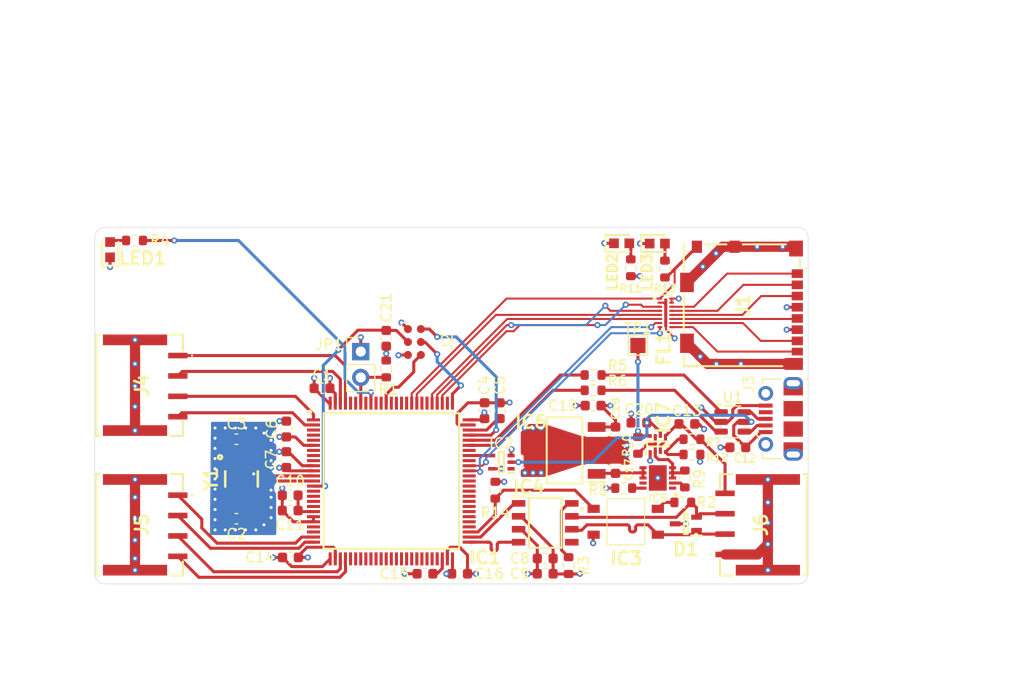
<source format=kicad_pcb>
(kicad_pcb (version 20241229) (generator "pcbnew") (generator_version "9.0")
  (layers (0 "F.Cu" signal) (4 "In1.Cu" signal) (6 "In2.Cu" signal) (2 "B.Cu" signal) (13 "F.Paste" user) (15 "B.Paste" user) (5 "F.SilkS" user "F.Silkscreen") (7 "B.SilkS" user "B.Silkscreen") (1 "F.Mask" user) (3 "B.Mask" user) (25 "Edge.Cuts" user))
  (net 0 "")
  (net 1 "GND")
  (net 2 "/HSE_OUT")
  (net 3 "/HSE_IN")
  (net 4 "+3.3V")
  (net 5 "VCC")
  (net 6 "GNDA")
  (net 7 "VBUS")
  (net 8 "/CAN_LOW")
  (net 9 "/CAN_HI")
  (net 10 "/SDMMC1_D3")
  (net 11 "Net-(FL1-DAT2_EX)")
  (net 12 "/SDMMC1_CMD")
  (net 13 "Net-(FL1-CMD_EX)")
  (net 14 "/SDMMC1_CK")
  (net 15 "Net-(FL1-DAT1_EX)")
  (net 16 "/SDMMC1_D2")
  (net 17 "Net-(FL1-CLK_EX)")
  (net 18 "Net-(FL1-DAT3_EX)")
  (net 19 "/SDMMC1_D0")
  (net 20 "Net-(FL1-DAT0_EX)")
  (net 21 "/SDMMC1_D1")
  (net 22 "/SDMMC1_CD")
  (net 33 "/Reset")
  (net 38 "WheelSpeed_2")
  (net 39 "WheelSpeed_4")
  (net 40 "/USB_OTG_DM")
  (net 45 "/SWDIO")
  (net 49 "Net-(IC1-BOOT0)")
  (net 52 "/USB_OTG_DP")
  (net 54 "/SWCLK")
  (net 62 "/FDCAN2_RX")
  (net 68 "/FDCAN2_TX")
  (net 69 "/USER_LED")
  (net 70 "/ECU_Feedback")
  (net 73 "/CAN_TERM")
  (net 75 "/SWO")
  (net 77 "WheelSpeed_3")
  (net 82 "/USB_OTG_VBUS")
  (net 86 "TC_Prediction")
  (net 90 "WheelSpeed_1")
  (net 92 "Net-(IC3-Pad6)")
  (net 93 "+5V")
  (net 96 "Net-(J3-D+)")
  (net 104 "Net-(J3-D-)")
  (net 105 "Net-(LED1-A)")
  (net 106 "Net-(IC1-VCAP_2)")
  (net 107 "Net-(IC1-VCAP_1)")
  (net 108 "Net-(LED2-A)")
  (net 109 "Net-(IC5-OUT_1)")
  (net 112 "Net-(IC4-Rs)")
  (net 114 "Net-(IC5-ILIM)")
  (net 116 "Net-(IC5-EN{slash}UVLO)")
  (net 117 "Net-(IC7-ST)")
  (net 118 "Net-(R5-Pad1)")
  (net 119 "Net-(R6-Pad2)")
  (net 120 "/MISC_1")
  (net 121 "/MISC_2")
  (net 126 "Net-(IC7-PR1)")
  (net 127 "Net-(LED3-A)")
  (footprint "SDM_MiscFootprint:ABM3B" (layer "F.Cu") (at 114.4 139.7 -90)
    (property "Reference" "Y1")
    (property "Value" "ABM3B-8.000MHZ-10-1-U-T" (hide yes))
  )
  (footprint "SDM_MiscFootprint:SM04BULHK1TA1ETBHF" (layer "F.Cu") (at 104.4 130.5 90)
    (property "Reference" "J4")
    (property "Value" "SM04B-ULHK-1TA1-ETB_HF_" (hide yes))
  )
  (footprint "Connector_PinHeader_2.54mm:PinHeader_1x02_P2.54mm_Vertical" (layer "F.Cu") (at 126.1 127.2)
    (property "Reference" "JP1")
    (property "Value" "BOOT")
  )
  (footprint "SDM_MiscFootprint:SOT65P210X110-5L" (layer "F.Cu") (at 139.9 138.05 180)
    (property "Reference" "IC2")
    (property "Value" "74LVC1G17SE-7" (hide yes))
  )
  (footprint "Resistor_SMD:R_0603_1608Metric" (layer "F.Cu") (at 148.9 131)
    (property "Reference" "R6")
    (property "Value" "27")
  )
  (footprint "Capacitor_SMD:C_0603_1608Metric" (layer "F.Cu") (at 132.4 149 180)
    (property "Reference" "C15")
    (property "Value" "2.2uF")
  )
  (footprint "Capacitor_SMD:C_0603_1608Metric" (layer "F.Cu") (at 118.8 137.8 90)
    (property "Reference" "C7")
    (property "Value" "100nF")
  )
  (footprint "Capacitor_SMD:C_0603_1608Metric" (layer "F.Cu") (at 119.175 142.8 180)
    (property "Reference" "C11")
    (property "Value" "1uF")
  )
  (footprint "Resistor_SMD:R_0603_1608Metric" (layer "F.Cu") (at 153.3 136.4 90)
    (property "Reference" "R10")
    (property "Value" "10k")
  )
  (footprint "Package_TO_SOT_SMD:SOT-23-6" (layer "F.Cu") (at 162.6 134.1)
    (property "Reference" "U1")
    (property "Value" "USBLC6-2SC6")
  )
  (footprint "SDM_MiscFootprint:SM04BULHK1TA1ETBHF" (layer "F.Cu") (at 165.6 144.2 -90)
    (property "Reference" "J6")
    (property "Value" "SM04B-ULHK-1TA1-ETB_HF_" (hide yes))
  )
  (footprint "SDM_MiscFootprint:SOIC127P600X175-8L" (layer "F.Cu") (at 144.2 144)
    (property "Reference" "IC4")
    (property "Value" "SN65HVD230QDR" (hide yes))
  )
  (footprint "SDM_MiscFootprint:1040310811" (layer "F.Cu") (at 163.644 122.655 90)
    (property "Reference" "J1")
    (property "Value" "104031-0811" (hide yes))
  )
  (footprint "Capacitor_SMD:C_0603_1608Metric" (layer "F.Cu") (at 128.6 125.9 -90)
    (property "Reference" "C21")
    (property "Value" "100nF")
  )
  (footprint "SDM_MiscFootprint:SOTFL50P160X60-8L" (layer "F.Cu") (at 155.25 136.2695 90)
    (property "Reference" "IC7")
    (property "Value" "TPS2116DRLR" (hide yes))
  )
  (footprint "TestPoint:TestPoint_Pad_1.5x1.5mm" (layer "F.Cu") (at 153.3 126.6)
    (property "Reference" "TP1")
    (property "Value" "ST_5V")
  )
  (footprint "Capacitor_SMD:C_0603_1608Metric" (layer "F.Cu") (at 139.75 133 -90)
    (property "Reference" "C5")
    (property "Value" "2.2uF")
  )
  (footprint "Resistor_SMD:R_0603_1608Metric" (layer "F.Cu") (at 128.6 128.9 -90)
    (property "Reference" "R1")
    (property "Value" "10k")
  )
  (footprint "Capacitor_SMD:C_0603_1608Metric" (layer "F.Cu") (at 122.3 130.8 180)
    (property "Reference" "C1")
    (property "Value" "100nF")
  )
  (footprint "SDM_MiscFootprint:LEDC1608X80N" (layer "F.Cu") (at 151.7 116.575)
    (property "Reference" "LED2")
    (property "Value" "150060RS75000" (hide yes))
  )
  (footprint "Resistor_SMD:R_0603_1608Metric" (layer "F.Cu") (at 157.9 139.7 -90)
    (property "Reference" "R9")
    (property "Value" "1M")
  )
  (footprint "Resistor_SMD:R_0603_1608Metric" (layer "F.Cu") (at 139.3 140.8 -90)
    (property "Reference" "R14")
    (property "Value" "10k")
  )
  (footprint "Capacitor_SMD:C_0603_1608Metric" (layer "F.Cu") (at 153.4 134.1875 180)
    (property "Reference" "C20")
    (property "Value" "1uF")
  )
  (footprint "SDM_MiscFootprint:Tag-Connect_TC2030-IDC-NL_2x03_P1.27mm_Vertical" (layer "F.Cu") (at 131.365 126.26 -90)
    (property "Reference" "J2")
    (property "Value" "Conn_ARM_SWD_TagConnect_TC2030-NL")
  )
  (footprint "Resistor_SMD:R_0603_1608Metric" (layer "F.Cu") (at 158.6 137.3)
    (property "Reference" "R12")
    (property "Value" "10k")
  )
  (footprint "Capacitor_SMD:C_0603_1608Metric" (layer "F.Cu") (at 113.9 143.6 180)
    (property "Reference" "C2")
    (property "Value" "6pF")
  )
  (footprint "Capacitor_SMD:C_0603_1608Metric" (layer "F.Cu") (at 135.8 149 180)
    (property "Reference" "C16")
    (property "Value" "100nF")
  )
  (footprint "Capacitor_SMD:C_0603_1608Metric" (layer "F.Cu") (at 151.1 138.375 90)
    (property "Reference" "C17")
    (property "Value" "10uF")
  )
  (footprint "Resistor_SMD:R_0603_1608Metric" (layer "F.Cu") (at 151.9 140.6)
    (property "Reference" "R8")
    (property "Value" "60.4k")
  )
  (footprint "SDM_MiscFootprint:SM04BULHK1TA1ETBHF" (layer "F.Cu") (at 104.4 144.2 90)
    (property "Reference" "J5")
    (property "Value" "SM04B-ULHK-1TA1-ETB_HF_" (hide yes))
  )
  (footprint "Capacitor_SMD:C_0603_1608Metric" (layer "F.Cu") (at 119.175 141.3)
    (property "Reference" "C10")
    (property "Value" "100nF")
  )
  (footprint "Resistor_SMD:R_0603_1608Metric" (layer "F.Cu") (at 148.9 129.5 180)
    (property "Reference" "R5")
    (property "Value" "27")
  )
  (footprint "SDM_MiscFootprint:SOT65P210X110-3N" (layer "F.Cu") (at 158 144.1 180)
    (property "Reference" "D1")
    (property "Value" "ESDCAN03-2BWY" (hide yes))
  )
  (footprint "SDM_MiscFootprint:TLP266J" (layer "F.Cu") (at 152.15 143.9)
    (property "Reference" "IC3")
    (property "Value" "TLP175A_TPL,E" (hide yes))
  )
  (footprint "SDM_MiscFootprint:SON50P300X300X100-11L-D" (layer "F.Cu") (at 155.249 139.6 180)
    (property "Reference" "IC5")
    (property "Value" "TPS259250DRCR" (hide yes))
  )
  (footprint "Capacitor_SMD:C_0603_1608Metric" (layer "F.Cu") (at 163.1 136.6)
    (property "Reference" "C12")
    (property "Value" "100nF")
  )
  (footprint "Resistor_SMD:R_0603_1608Metric" (layer "F.Cu") (at 103.9 116.3 180)
    (property "Reference" "R4")
    (property "Value" "64.9")
  )
  (footprint "Capacitor_SMD:C_0603_1608Metric" (layer "F.Cu") (at 144.2 149)
    (property "Reference" "C9")
    (property "Value" "100nF")
  )
  (footprint "Capacitor_SMD:C_0603_1608Metric" (layer "F.Cu") (at 144.2 147.5)
    (property "Reference" "C8")
    (property "Value" "100nF")
  )
  (footprint "Resistor_SMD:R_0603_1608Metric" (layer "F.Cu") (at 146.5 148.2 90)
    (property "Reference" "R3")
    (property "Value" "10k")
  )
  (footprint "SDM_MiscFootprint:QFP50P1600X1600X160-100L" (layer "F.Cu") (at 129.1 139.9)
    (property "Reference" "IC1")
    (property "Value" "STM32H743VIT6" (hide yes))
  )
  (footprint "Capacitor_SMD:C_0603_1608Metric" (layer "F.Cu") (at 118.8 134.8 90)
    (property "Reference" "C6")
    (property "Value" "100nF")
  )
  (footprint "Capacitor_SMD:C_0603_1608Metric" (layer "F.Cu") (at 151.1 135.375 90)
    (property "Reference" "C18")
    (property "Value" "10uF")
  )
  (footprint "Connector_USB:USB_Micro-B_Molex-105017-0001" (layer "F.Cu") (at 167.3 133.8 90)
    (property "Reference" "J3")
    (property "Value" "USB_B_Micro")
  )
  (footprint "SDM_MiscFootprint:SOT230P700X180-4N" (layer "F.Cu") (at 146.1 136.9 180)
    (property "Reference" "IC6")
    (property "Value" "MIC37100-3.3WS" (hide yes))
  )
  (footprint "Resistor_SMD:R_0603_1608Metric" (layer "F.Cu") (at 157.7 142)
    (property "Reference" "R2")
    (property "Value" "120")
  )
  (footprint "Capacitor_SMD:C_0603_1608Metric" (layer "F.Cu") (at 113.9 135.8)
    (property "Reference" "C3")
    (property "Value" "6pF")
  )
  (footprint "Resistor_SMD:R_0603_1608Metric" (layer "F.Cu") (at 155.95 119.1 90)
    (property "Reference" "R13")
    (property "Value" "150")
  )
  (footprint "Capacitor_SMD:C_0603_1608Metric" (layer "F.Cu") (at 138.25 133 -90)
    (property "Reference" "C4")
    (property "Value" "100nF")
  )
  (footprint "Capacitor_SMD:C_0603_1608Metric" (layer "F.Cu") (at 158.1 134.3 180)
    (property "Reference" "C13")
    (property "Value" "1uF")
  )
  (footprint "SDM_MiscFootprint:LEDC1608X80N" (layer "F.Cu") (at 101.5 117.2 90)
    (property "Reference" "LED1")
    (property "Value" "150060VS75000" (hide yes))
  )
  (footprint "Resistor_SMD:R_0603_1608Metric" (layer "F.Cu") (at 158.6 135.8 180)
    (property "Reference" "R7")
    (property "Value" "10k")
  )
  (footprint "SDM_MiscFootprint:LEDC1608X80N" (layer "F.Cu") (at 155.2 116.6)
    (property "Reference" "LED3")
    (property "Value" "150060RS75000" (hide yes))
  )
  (footprint "Resistor_SMD:R_0603_1608Metric" (layer "F.Cu") (at 152.6 118.975 90)
    (property "Reference" "R11")
    (property "Value" "150")
  )
  (footprint "SDM_MiscFootprint:EMIF06MSD02N16" (layer "F.Cu") (at 155.825 123.4 -90)
    (property "Reference" "FL1")
    (property "Value" "EMIF06-MSD02N16" (hide yes))
  )
  (footprint "Capacitor_SMD:C_0603_1608Metric" (layer "F.Cu") (at 148.9 132.5)
    (property "Reference" "C19")
    (property "Value" "4.7uF")
  )
  (footprint "Capacitor_SMD:C_0603_1608Metric" (layer "F.Cu") (at 119.2 147.4)
    (property "Reference" "C14")
    (property "Value" "100nF")
  )
  (gr_line (start 101 115) (end 169 115) (stroke (width 0.05)) (layer "Edge.Cuts"))
  (gr_arc (start 170 149) (mid 169.707107 149.707107) (end 169 150) (stroke (width 0.05)) (layer "Edge.Cuts"))
  (gr_arc (start 100 116) (mid 100.292893 115.292893) (end 101 115) (stroke (width 0.05)) (layer "Edge.Cuts"))
  (gr_arc (start 101 150) (mid 100.292893 149.707107) (end 100 149) (stroke (width 0.05)) (layer "Edge.Cuts"))
  (gr_line (start 100 149) (end 100 116) (stroke (width 0.05)) (layer "Edge.Cuts"))
  (gr_line (start 170 116) (end 170 149) (stroke (width 0.05)) (layer "Edge.Cuts"))
  (gr_line (start 169 150) (end 101 150) (stroke (width 0.05)) (layer "Edge.Cuts"))
  (gr_arc (start 169 115) (mid 169.707107 115.292893) (end 170 116) (stroke (width 0.05)) (layer "Edge.Cuts"))
  (segment (start 154.5 137.9) (end 154.5 137.0575) (width 0.3) (layer "F.Cu") (net 1))
  (segment (start 113.125 143.6) (end 113.125 141.775) (width 0.3) (layer "F.Cu") (net 1))
  (segment (start 159.414 127.686) (end 158.113 126.385) (width 1) (layer "F.Cu") (net 1))
  (segment (start 113.125 143.6) (end 113.125 144.375) (width 0.3) (layer "F.Cu") (net 1))
  (segment (start 151.9 137.6) (end 152.2 137.3) (width 0.3) (layer "F.Cu") (net 1))
  (segment (start 147.575 149.025) (end 147.6 149) (width 0.3) (layer "F.Cu") (net 1))
  (segment (start 138.25 132.225) (end 139.75 132.225) (width 0.3) (layer "F.Cu") (net 1))
  (segment (start 168.638 116.915) (end 168.813 117.09) (width 1) (layer "F.Cu") (net 1))
  (segment (start 136.625 132.225) (end 138.25 132.225) (width 0.3) (layer "F.Cu") (net 1))
  (segment (start 144.975 146.512) (end 144.975 147.5) (width 0.3) (layer "F.Cu") (net 1))
  (segment (start 123.1 132.262) (end 122.987 132.262) (width 0.3) (layer "F.Cu") (net 1))
  (segment (start 149.95 137.6) (end 149.25 136.9) (width 0.3) (layer "F.Cu") (net 1))
  (segment (start 136.575 149) (end 137.4 149) (width 0.3) (layer "F.Cu") (net 1))
  (segment (start 162.788 116.915) (end 161.613 116.915) (width 1) (layer "F.Cu") (net 1))
  (segment (start 163.4 128.41) (end 161 128.41) (width 1) (layer "F.Cu") (net 1))
  (segment (start 152.2 136.3) (end 152.05 136.15) (width 0.3) (layer "F.Cu") (net 1))
  (segment (start 166.05 142) (end 166.05 144) (width 1) (layer "F.Cu") (net 1))
  (segment (start 103.95 145.7) (end 103.95 147.5) (width 1) (layer "F.Cu") (net 1))
  (segment (start 148.9 145.22) (end 148.95 145.17) (width 0.3) (layer "F.Cu") (net 1))
  (segment (start 151.1 137.6) (end 149.95 137.6) (width 0.3) (layer "F.Cu") (net 1))
  (segment (start 152.625 134.1875) (end 152.625 133.3) (width 0.3) (layer "F.Cu") (net 1))
  (segment (start 139.75 132.225) (end 140.675 132.225) (width 0.3) (layer "F.Cu") (net 1))
  (segment (start 150.2 140.6) (end 151.075 140.6) (width 0.3) (layer "F.Cu") (net 1))
  (segment (start 123.1 147.538) (end 122.338 148.3) (width 0.3) (layer "F.Cu") (net 1))
  (segment (start 152.05 136.15) (end 151.1 136.15) (width 0.3) (layer "F.Cu") (net 1))
  (segment (start 140.85 136.85) (end 140.9 136.8) (width 0.3) (layer "F.Cu") (net 1))
  (segment (start 166.05 139.75) (end 166.05 142) (width 1) (layer "F.Cu") (net 1))
  (segment (start 140.85 137.4) (end 140.85 136.85) (width 0.3) (layer "F.Cu") (net 1))
  (segment (start 103.95 132.6) (end 103.95 133.7) (width 1) (layer "F.Cu") (net 1))
  (segment (start 160.138 128.41) (end 159.414 127.686) (width 1) (layer "F.Cu") (net 1))
  (segment (start 144.975 146.512) (end 141.828 143.365) (width 0.3) (layer "F.Cu") (net 1))
  (segment (start 103.95 140.05) (end 103.95 141.5) (width 1) (layer "F.Cu") (net 1))
  (segment (start 150 136.15) (end 149.25 136.9) (width 0.3) (layer "F.Cu") (net 1))
  (segment (start 118.98781 137.025) (end 118.8 137.025) (width 0.3) (layer "F.Cu") (net 1))
  (segment (start 152.625 133.325) (end 152.6 133.3) (width 0.2) (layer "F.Cu") (net 1))
  (segment (start 156.051 123.426) (end 156.025 123.4) (width 0.2) (layer "F.Cu") (net 1))
  (segment (start 118.1 137.025) (end 118.8 137.025) (width 0.3) (layer "F.Cu") (net 1))
  (segment (start 103.95 126.05) (end 103.95 128.4) (width 1) (layer "F.Cu") (net 1))
  (segment (start 113.125 141.775) (end 113.2 141.7) (width 0.3) (layer "F.Cu") (net 1))
  (segment (start 159.28076 134.3) (end 159.79038 134.80962) (width 0.3) (layer "F.Cu") (net 1))
  (segment (start 146.5 149.025) (end 145 149.025) (width 0.3) (layer "F.Cu") (net 1))
  (segment (start 161 128.41) (end 160.138 128.41) (width 1) (layer "F.Cu") (net 1))
  (segment (start 162.788 116.915) (end 165 116.915) (width 1) (layer "F.Cu") (net 1))
  (segment (start 165.8375 132.5) (end 163.012322 132.5) (width 0.3) (layer "F.Cu") (net 1))
  (segment (start 148.9 146) (end 148.9 145.22) (width 0.3) (layer "F.Cu") (net 1))
  (segment (start 141.589 143.465) (end 141.928 143.465) (width 0.3) (layer "F.Cu") (net 1))
  (segment (start 113.125 144.375) (end 112.8 144.7) (width 0.3) (layer "F.Cu") (net 1))
  (segment (start 115.6 139.2) (end 115.6 137.7) (width 0.3) (layer "F.Cu") (net 1))
  (segment (start 134.9 146.4) (end 135.8 146.4) (width 0.3) (layer "F.Cu") (net 1))
  (segment (start 122.338 148.3) (end 119.325 148.3) (width 0.3) (layer "F.Cu") (net 1))
  (segment (start 122.987 132.262) (end 121.525 130.8) (width 0.3) (layer "F.Cu") (net 1))
  (segment (start 123.1 132.362) (end 123.087 132.362) (width 0.3) (layer "F.Cu") (net 1))
  (segment (start 156.025 123.4) (end 156.025 122.625) (width 0.2) (layer "F.Cu") (net 1))
  (segment (start 136.575 147.175) (end 136.575 149) (width 0.3) (layer "F.Cu") (net 1))
  (segment (start 151.1 136.15) (end 150 136.15) (width 0.3) (layer "F.Cu") (net 1))
  (segment (start 156.9 125.9) (end 156.051 125.051) (width 0.2) (layer "F.Cu") (net 1))
  (segment (start 136.738 134.4) (end 135.7 134.4) (width 0.3) (layer "F.Cu") (net 1))
  (segment (start 135.7 134.4) (end 135.55 134.25) (width 0.3) (layer "F.Cu") (net 1))
  (segment (start 165 116.915) (end 167.5 116.915) (width 1) (layer "F.Cu") (net 1))
  (segment (start 161.85 147.11) (end 165.04 147.11) (width 1) (layer "F.Cu") (net 1))
  (segment (start 162.6 133.624998) (end 162.124998 134.1) (width 0.3) (layer "F.Cu") (net 1))
  (segment (start 166.05 146.1) (end 166.05 148.65) (width 1) (layer "F.Cu") (net 1))
  (segment (start 161.613 116.915) (end 160.964 117.564) (width 1) (layer "F.Cu") (net 1))
  (segment (start 147.2 132.5) (end 148.125 132.5) (width 0.3) (layer "F.Cu") (net 1))
  (segment (start 166.05 144) (end 166.05 146.1) (width 1) (layer "F.Cu") (net 1))
  (segment (start 101.5 117.95) (end 101.5 118.9) (width 0.3) (layer "F.Cu") (net 1))
  (segment (start 156.95 144.1) (end 158 144.1) (width 0.3) (layer "F.Cu") (net 1))
  (segment (start 159.425 137.975) (end 159.4 138) (width 0.3) (layer "F.Cu") (net 1))
  (segment (start 103.95 147.5) (end 103.95 148.599) (width 1) (layer "F.Cu") (net 1))
  (segment (start 118.425 147.4) (end 117.5 147.4) (width 0.3) (layer "F.Cu") (net 1))
  (segment (start 131.625 149) (end 130.4 149) (width 0.3) (layer "F.Cu") (net 1))
  (segment (start 139.3 139.975) (end 140.175 139.975) (width 0.3) (layer "F.Cu") (net 1))
  (segment (start 167.5 116.915) (end 168.638 116.915) (width 1) (layer "F.Cu") (net 1))
  (segment (start 160.964 117.564) (end 159.664 118.864) (width 1) (layer "F.Cu") (net 1))
  (segment (start 118.8 137.1) (end 118.8 137.025) (width 0.2) (layer "F.Cu") (net 1))
  (segment (start 158.875 134.3) (end 159.28076 134.3) (width 0.3) (layer "F.Cu") (net 1))
  (segment (start 151.1 137.6) (end 151.9 137.6) (width 0.3) (layer "F.Cu") (net 1))
  (segment (start 134.6 147.538) (end 134.6 146.7) (width 0.3) (layer "F.Cu") (net 1))
  (segment (start 130.73 127.53) (end 129.83 127.53) (width 0.3) (layer "F.Cu") (net 1))
  (segment (start 168.938 125.05) (end 167.9 125.05) (width 0.3) (layer "F.Cu") (net 1))
  (segment (start 144.975 147.5) (end 144.975 149) (width 0.3) (layer "F.Cu") (net 1))
  (segment (start 162.325 136.6) (end 161.4 136.6) (width 0.3) (layer "F.Cu") (net 1))
  (segment (start 135.8 146.4) (end 136.575 147.175) (width 0.3) (layer "F.Cu") (net 1))
  (segment (start 152.2 136.4) (end 152.2 136.3) (width 0.3) (layer "F.Cu") (net 1))
  (segment (start 103.95 130.6) (end 103.95 132.6) (width 1) (layer "F.Cu") (net 1))
  (segment (start 155.45 122.4) (end 155.8 122.4) (width 0.2) (layer "F.Cu") (net 1))
  (segment (start 146.5 149.025) (end 147.575 149.025) (width 0.3) (layer "F.Cu") (net 1))
  (segment (start 141.828 143.365) (end 141.589 143.365) (width 0.3) (layer "F.Cu") (net 1))
  (segment (start 163.012322 132.5) (end 162.6 132.912322) (width 0.3) (layer "F.Cu") (net 1))
  (segment (start 128.6 127.4) (end 128.6 126.675) (width 0.3) (layer "F.Cu") (net 1))
  (segment (start 103.95 141.5) (end 103.95 143.6) (width 1) (layer "F.Cu") (net 1))
  (segment (start 159.664 118.864) (end 158.113 120.415) (width 1) (layer "F.Cu") (net 1))
  (segment (start 160.91924 134.1) (end 159.50962 132.69038) (width 0.3) (layer "F.Cu") (net 1))
  (segment (start 113.125 135.8) (end 113.125 135.025) (width 0.3) (layer "F.Cu") (net 1))
  (segment (start 140.675 132.225) (end 140.7 132.2) (width 0.3) (layer "F.Cu") (net 1))
  (segment (start 161.4625 134.1) (end 160.91924 134.1) (width 0.3) (layer "F.Cu") (net 1))
  (segment (start 159.425 137.3) (end 159.425 137.975) (width 0.3) (layer "F.Cu") (net 1))
  (segment (start 103.95 133.7) (end 103.95 134.95) (width 1) (layer "F.Cu") (net 1))
  (segment (start 120.36281 138.4) (end 118.98781 137.025) (width 0.3) (layer "F.Cu") (net 1))
  (segment (start 135.55 134.25) (end 135.55 133.3) (width 0.3) (layer "F.Cu") (net 1))
  (segment (start 118.125 134.025) (end 118.8 134.025) (width 0.3) (layer "F.Cu") (net 1))
  (segment (start 151.1 137.6) (end 151.1 136.15) (width 0.3) (layer "F.Cu") (net 1))
  (segment (start 156.025 122.625) (end 155.8 122.4) (width 0.2) (layer "F.Cu") (net 1))
  (segment (start 123.1 132.362) (end 123.1 132.175) (width 0.3) (layer "F.Cu") (net 1))
  (segment (start 121.525 130.8) (end 121.525 129.8) (width 0.3) (layer "F.Cu") (net 1))
  (segment (start 121.462 138.4) (end 120.36281 138.4) (width 0.3) (layer "F.Cu") (net 1))
  (segment (start 103.95 128.4) (end 103.95 130.6) (width 1) (layer "F.Cu") (net 1))
  (segment (start 128.6 128.075) (end 128.6 127.4) (width 0.3) (layer "F.Cu") (net 1))
  (segment (start 162.6 132.912322) (end 162.6 133.624998) (width 0.3) (layer "F.Cu") (net 1))
  (segment (start 150.95 116.575) (end 150 116.575) (width 0.3) (layer "F.Cu") (net 1))
  (segment (start 162.124998 134.1) (end 161.4625 134.1) (width 0.3) (layer "F.Cu") (net 1))
  (segment (start 103.95 143.6) (end 103.95 145.7) (width 1) (layer "F.Cu") (net 1))
  (segment (start 119.325 148.3) (end 118.425 147.4) (width 0.3) (layer "F.Cu") (net 1))
  (segment (start 165.04 147.11) (end 166.05 146.1) (width 1) (layer "F.Cu") (net 1))
  (segment (start 135.55 133.3) (end 136.625 132.225) (width 0.3) (layer "F.Cu") (net 1))
  (segment (start 134.6 146.7) (end 134.9 146.4) (width 0.3) (layer "F.Cu") (net 1))
  (segment (start 113.125 135.025) (end 112.8 134.7) (width 0.3) (layer "F.Cu") (net 1))
  (segment (start 154.45 116.6) (end 153.5 116.6) (width 0.3) (layer "F.Cu") (net 1))
  (segment (start 156.051 125.051) (end 156.051 123.426) (width 0.2) (layer "F.Cu") (net 1))
  (segment (start 168.588 128.41) (end 163.4 128.41) (width 1) (layer "F.Cu") (net 1))
  (segment (start 145 149.025) (end 144.975 149) (width 0.3) (layer "F.Cu") (net 1))
  (via (at 117.299997 138.6) (size 0.6) (drill 0.3) (layers "F.Cu" "B.Cu") (net 1))
  (via (at 166.05 139.75) (size 0.6) (drill 0.3) (layers "F.Cu" "B.Cu") (net 1))
  (via (at 111.8 138.7) (size 0.6) (drill 0.3) (layers "F.Cu" "B.Cu") (net 1))
  (via (at 140.7 132.2) (size 0.6) (drill 0.3) (layers "F.Cu" "B.Cu") (net 1))
  (via (at 121.525 129.8) (size 0.6) (drill 0.3) (layers "F.Cu" "B.Cu") (net 1))
  (via (at 147.6 149) (size 0.6) (drill 0.3) (layers "F.Cu" "B.Cu") (net 1))
  (via (at 112.8 144.7) (size 0.6) (drill 0.3) (layers "F.Cu" "B.Cu") (net 1))
  (via (at 117.3 143.5) (size 0.6) (drill 0.3) (layers "F.Cu" "B.Cu") (net 1))
  (via (at 111.8 143.7) (size 0.6) (drill 0.3) (layers "F.Cu" "B.Cu") (net 1))
  (via (at 167.9 125.05) (size 0.6) (drill 0.3) (layers "F.Cu" "B.Cu") (net 1))
  (via (at 114.8 144.7) (size 0.6) (drill 0.3) (layers "F.Cu" "B.Cu") (net 1))
  (via (at 152.2 136.4) (size 0.6) (drill 0.3) (layers "F.Cu" "B.Cu") (net 1))
  (via (at 111.8 136.7) (size 0.6) (drill 0.3) (layers "F.Cu" "B.Cu") (net 1))
  (via (at 115.6 139.2) (size 0.6) (drill 0.3) (layers "F.Cu" "B.Cu") (net 1))
  (via (at 148.9 146) (size 0.6) (drill 0.3) (layers "F.Cu" "B.Cu") (net 1))
  (via (at 140.9 136.8) (size 0.6) (drill 0.3) (layers "F.Cu" "B.Cu") (net 1))
  (via (at 159.4 138) (size 0.6) (drill 0.3) (layers "F.Cu" "B.Cu") (net 1))
  (via (at 158 144.1) (size 0.6) (drill 0.3) (layers "F.Cu" "B.Cu") (net 1))
  (via (at 163.4 128.41) (size 0.6) (drill 0.3) (layers "F.Cu" "B.Cu") (net 1))
  (via (at 156.9 125.9) (size 0.6) (drill 0.3) (layers "F.Cu" "B.Cu") (net 1))
  (via (at 159.414 127.686) (size 0.6) (drill 0.3) (layers "F.Cu" "B.Cu") (net 1))
  (via (at 161 128.41) (size 0.6) (drill 0.3) (layers "F.Cu" "B.Cu") (net 1))
  (via (at 115.8 134.7) (size 0.6) (drill 0.3) (layers "F.Cu" "B.Cu") (net 1))
  (via (at 166.05 146.1) (size 0.6) (drill 0.3) (layers "F.Cu" "B.Cu") (net 1))
  (via (at 166.05 144) (size 0.6) (drill 0.3) (layers "F.Cu" "B.Cu") (net 1))
  (via (at 103.95 145.7) (size 0.6) (drill 0.3) (layers "F.Cu" "B.Cu") (net 1))
  (via (at 137.4 149) (size 0.6) (drill 0.3) (layers "F.Cu" "B.Cu") (net 1))
  (via (at 114.8 134.7) (size 0.6) (drill 0.3) (layers "F.Cu" "B.Cu") (net 1))
  (via (at 161.4 136.6) (size 0.6) (drill 0.3) (layers "F.Cu" "B.Cu") (net 1))
  (via (at 103.95 139.75) (size 0.6) (drill 0.3) (layers "F.Cu" "B.Cu") (net 1))
  (via (at 103.95 128.4) (size 0.6) (drill 0.3) (layers "F.Cu" "B.Cu") (net 1))
  (via (at 159.50962 132.69038) (size 0.6) (drill 0.3) (layers "F.Cu" "B.Cu") (net 1))
  (via (at 142.2 139.1) (size 0.6) (drill 0.3) (layers "F.Cu" "B.Cu") (net 1))
  (via (at 159.79038 134.80962) (size 0.6) (drill 0.3) (layers "F.Cu" "B.Cu") (net 1))
  (via (at 103.95 143.6) (size 0.6) (drill 0.3) (layers "F.Cu" "B.Cu") (net 1))
  (via (at 117.3 135.9) (size 0.6) (drill 0.3) (layers "F.Cu" "B.Cu") (net 1))
  (via (at 111.8 139.7) (size 0.6) (drill 0.3) (layers "F.Cu" "B.Cu") (net 1))
  (via (at 103.95 134.95) (size 0.6) (drill 0.3) (layers "F.Cu" "B.Cu") (net 1))
  (via (at 117.3 136.9) (size 0.6) (drill 0.3) (layers "F.Cu" "B.Cu") (net 1))
  (via (at 117.3 137.9) (size 0.6) (drill 0.3) (layers "F.Cu" "B.Cu") (net 1))
  (via (at 117.5 147.4) (size 0.6) (drill 0.3) (layers "F.Cu" "B.Cu") (net 1))
  (via (at 167.5 116.915) (size 0.6) (drill 0.3) (layers "F.Cu" "B.Cu") (net 1))
  (via (at 111.8 142.7) (size 0.6) (drill 0.3) (layers "F.Cu" "B.Cu") (net 1))
  (via (at 116.6 144.2) (size 0.6) (drill 0.3) (layers "F.Cu" "B.Cu") (net 1))
  (via (at 103.95 141.5) (size 0.6) (drill 0.3) (layers "F.Cu" "B.Cu") (net 1))
  (via (at 159.664 118.864) (size 0.6) (drill 0.3) (layers "F.Cu" "B.Cu") (net 1))
  (via (at 150 116.575) (size 0.6) (drill 0.3) (layers "F.Cu" "B.Cu") (net 1))
  (via (at 103.95 147.5) (size 0.6) (drill 0.3) (layers "F.Cu" "B.Cu") (net 1))
  (via (at 155.249 139.6) (size 0.6) (drill 0.3) (layers "F.Cu" "B.Cu") (net 1))
  (via (at 130.4 149) (size 0.6) (drill 0.3) (layers "F.Cu" "B.Cu") (net 1))
  (via (at 113.8 144.7) (size 0.6) (drill 0.3) (layers "F.Cu" "B.Cu") (net 1))
  (via (at 160.964 117.564) (size 0.6) (drill 0.3) (layers "F.Cu" "B.Cu") (net 1))
  (via (at 128.6 127.4) (size 0.6) (drill 0.3) (layers "F.Cu" "B.Cu") (net 1))
  (via (at 147.2 132.5) (size 0.6) (drill 0.3) (layers "F.Cu" "B.Cu") (net 1))
  (via (at 111.8 135.7) (size 0.6) (drill 0.3) (layers "F.Cu" "B.Cu") (net 1))
  (via (at 112.8 134.7) (size 0.6) (drill 0.3) (layers "F.Cu" "B.Cu") (net 1))
  (via (at 111.8 134.7) (size 0.6) (drill 0.3) (layers "F.Cu" "B.Cu") (net 1))
  (via (at 166.05 142) (size 0.6) (drill 0.3) (layers "F.Cu" "B.Cu") (net 1))
  (via (at 152.625 133.3) (size 0.6) (drill 0.3) (layers "F.Cu" "B.Cu") (net 1))
  (via (at 140.175 139.975) (size 0.6) (drill 0.3) (layers "F.Cu" "B.Cu") (net 1))
  (via (at 115.8 144.7) (size 0.6) (drill 0.3) (layers "F.Cu" "B.Cu") (net 1))
  (via (at 103.95 148.65) (size 0.6) (drill 0.3) (layers "F.Cu" "B.Cu") (net 1))
  (via (at 166.05 148.65) (size 0.6) (drill 0.3) (layers "F.Cu" "B.Cu") (net 1))
  (via (at 103.95 130.6) (size 0.6) (drill 0.3) (layers "F.Cu" "B.Cu") (net 1))
  (via (at 103.95 126.05) (size 0.6) (drill 0.3) (layers "F.Cu" "B.Cu") (net 1))
  (via (at 101.5 118.9) (size 0.6) (drill 0.3) (layers "F.Cu" "B.Cu") (net 1))
  (via (at 117.3 142.5) (size 0.6) (drill 0.3) (layers "F.Cu" "B.Cu") (net 1))
  (via (at 143.8 139.1) (size 0.6) (drill 0.3) (layers "F.Cu" "B.Cu") (net 1))
  (via (at 143.8 134.7) (size 0.6) (drill 0.3) (layers "F.Cu" "B.Cu") (net 1))
  (via (at 117.3 140.8) (size 0.6) (drill 0.3) (layers "F.Cu" "B.Cu") (net 1))
  (via (at 143 139.1) (size 0.6) (drill 0.3) (layers "F.Cu" "B.Cu") (net 1))
  (via (at 165 116.915) (size 0.6) (drill 0.3) (layers "F.Cu" "B.Cu") (net 1))
  (via (at 150.2 140.6) (size 0.6) (drill 0.3) (layers "F.Cu" "B.Cu") (net 1))
  (via (at 113.8 134.7) (size 0.6) (drill 0.3) (layers "F.Cu" "B.Cu") (net 1))
  (via (at 111.8 141.7) (size 0.6) (drill 0.3) (layers "F.Cu" "B.Cu") (net 1))
  (via (at 118.125 134.025) (size 0.6) (drill 0.3) (layers "F.Cu" "B.Cu") (net 1))
  (via (at 143 134.7) (size 0.6) (drill 0.3) (layers "F.Cu" "B.Cu") (net 1))
  (via (at 118.1 137.025) (size 0.6) (drill 0.3) (layers "F.Cu" "B.Cu") (net 1))
  (via (at 111.8 144.7) (size 0.6) (drill 0.3) (layers "F.Cu" "B.Cu") (net 1))
  (via (at 129.8 127.56) (size 0.6) (drill 0.3) (layers "F.Cu" "B.Cu") (net 1))
  (via (at 116.6 135.2) (size 0.6) (drill 0.3) (layers "F.Cu" "B.Cu") (net 1))
  (via (at 154.5 137.9) (size 0.6) (drill 0.3) (layers "F.Cu" "B.Cu") (net 1))
  (via (at 111.8 137.7) (size 0.6) (drill 0.3) (layers "F.Cu" "B.Cu") (net 1))
  (via (at 142.2 134.7) (size 0.6) (drill 0.3) (layers "F.Cu" "B.Cu") (net 1))
  (via (at 111.8 140.7) (size 0.6) (drill 0.3) (layers "F.Cu" "B.Cu") (net 1))
  (via (at 103.95 132.6) (size 0.6) (drill 0.3) (layers "F.Cu" "B.Cu") (net 1))
  (via (at 153.5 116.6) (size 0.6) (drill 0.3) (layers "F.Cu" "B.Cu") (net 1))
  (via (at 117.3 141.5) (size 0.6) (drill 0.3) (layers "F.Cu" "B.Cu") (net 1))
  (via (at 152.2 137.3) (size 0.6) (drill 0.3) (layers "F.Cu" "B.Cu") (net 1))
  (segment (start 116.6 142.7) (end 115.7 143.6) (width 0.3) (layer "F.Cu") (net 2))
  (segment (start 115.7 143.6) (end 114.675 143.6) (width 0.3) (layer "F.Cu") (net 2))
  (segment (start 117.279346 139.9) (end 116.6 140.579346) (width 0.3) (layer "F.Cu") (net 2))
  (segment (start 114.675 143.6) (end 114.675 142.625) (width 0.3) (layer "F.Cu") (net 2))
  (segment (start 121.462 139.9) (end 117.279346 139.9) (width 0.3) (layer "F.Cu") (net 2))
  (segment (start 116.6 140.579346) (end 116.6 142.7) (width 0.3) (layer "F.Cu") (net 2))
  (segment (start 114.675 142.625) (end 115.6 141.7) (width 0.3) (layer "F.Cu") (net 2))
  (segment (start 115.902 135.8) (end 114.675 135.8) (width 0.3) (layer "F.Cu") (net 3))
  (segment (start 113.2 137.7) (end 113.2 137.275) (width 0.3) (layer "F.Cu") (net 3))
  (segment (start 113.2 137.275) (end 114.675 135.8) (width 0.3) (layer "F.Cu") (net 3))
  (segment (start 117.1 139.4) (end 116.551 138.851) (width 0.3) (layer "F.Cu") (net 3))
  (segment (start 116.551 136.449) (end 115.902 135.8) (width 0.3) (layer "F.Cu") (net 3))
  (segment (start 116.551 138.851) (end 116.551 136.449) (width 0.3) (layer "F.Cu") (net 3))
  (segment (start 121.462 139.4) (end 117.1 139.4) (width 0.3) (layer "F.Cu") (net 3))
  (segment (start 123.075 129.825) (end 123.1 129.8) (width 0.3) (layer "F.Cu") (net 4))
  (segment (start 118.4 141.3) (end 118.4 140.6) (width 0.3) (layer "F.Cu") (net 4))
  (segment (start 119.675 135.575) (end 118.8 135.575) (width 0.3) (layer "F.Cu") (net 4))
  (segment (start 123.4 146.4) (end 120.83302 146.4) (width 0.3) (layer "F.Cu") (net 4))
  (segment (start 121.462 143.9) (end 121.462 143.501) (width 0.3) (layer "F.Cu") (net 4))
  (segment (start 152.6 119.8) (end 153.475 119.8) (width 0.3) (layer "F.Cu") (net 4))
  (segment (start 130.1 124.36) (end 130.73 124.99) (width 0.3) (layer "F.Cu") (net 4))
  (segment (start 118.8 135.575) (end 118.125 135.575) (width 0.3) (layer "F.Cu") (net 4))
  (segment (start 120 147.3) (end 119.975 147.3) (width 0.2) (layer "F.Cu") (net 4))
  (segment (start 119.45 143.85) (end 118.4 142.8) (width 0.3) (layer "F.Cu") (net 4))
  (segment (start 156.6 122) (end 157.3 122) (width 0.2) (layer "F.Cu") (net 4))
  (segment (start 120.83302 146.4) (end 119.975 147.25802) (width 0.3) (layer "F.Cu") (net 4))
  (segment (start 136.738 133.9) (end 138.125 133.9) (width 0.3) (layer "F.Cu") (net 4))
  (segment (start 119.975 147.25802) (end 119.975 147.4) (width 0.3) (layer "F.Cu") (net 4))
  (segment (start 123.6 132.262) (end 123.6 131.325) (width 0.3) (layer "F.Cu") (net 4))
  (segment (start 143.425 147.5) (end 143.425 149) (width 0.3) (layer "F.Cu") (net 4))
  (segment (start 135.025 149) (end 135.101 148.924) (width 0.3) (layer "F.Cu") (net 4))
  (segment (start 126.1 127.16) (end 126.1 125.8) (width 0.3) (layer "F.Cu") (net 4))
  (segment (start 120.5 136.4) (end 119.675 135.575) (width 0.3) (layer "F.Cu") (net 4))
  (segment (start 135.025 149) (end 134.5 149) (width 0.3) (layer "F.Cu") (net 4))
  (segment (start 138.25 133.196526) (end 138.228474 133.175) (width 0.3) (layer "F.Cu") (net 4))
  (segment (start 149.675 132.5) (end 150.6 132.5) (width 0.3) (layer "F.Cu") (net 4))
  (segment (start 143.425 146.232) (end 143.425 147.5) (width 0.3) (layer "F.Cu") (net 4))
  (segment (start 156.6 122) (end 156.6 122.4) (width 0.2) (layer "F.Cu") (net 4))
  (segment (start 149.25 134.6) (end 151.1 134.6) (width 0.3) (layer "F.Cu") (net 4))
  (segment (start 119.5 143.9) (end 119.45 143.85) (width 0.3) (layer "F.Cu") (net 4))
  (segment (start 123.6 146.6) (end 123.4 146.4) (width 0.3) (layer "F.Cu") (net 4))
  (segment (start 123.6 147.538) (end 123.6 146.6) (width 0.3) (layer "F.Cu") (net 4))
  (segment (start 121.462 143.9) (end 119.5 143.9) (width 0.3) (layer "F.Cu") (net 4))
  (segment (start 135.101 148.924) (end 135.101 147.538) (width 0.3) (layer "F.Cu") (net 4))
  (segment (start 139.9 138.7) (end 138.95 138.7) (width 0.3) (layer "F.Cu") (net 4))
  (segment (start 123.6 131.325) (end 123.075 130.8) (width 0.3) (layer "F.Cu") (net 4))
  (segment (start 118.8 138.575) (end 118.125 138.575) (width 0.3) (layer "F.Cu") (net 4))
  (segment (start 151.1 134.6) (end 151.1 133.925) (width 0.3) (layer "F.Cu") (net 4))
  (segment (start 143.425 146.232) (end 141.828 144.635) (width 0.3) (layer "F.Cu") (net 4))
  (segment (start 118.125 138.575) (end 118.1 138.6) (width 0.3) (layer "F.Cu") (net 4))
  (segment (start 143.425 149) (end 142.5 149) (width 0.3) (layer "F.Cu") (net 4))
  (segment (start 138.25 133.775) (end 138.25 133.196526) (width 0.3) (layer "F.Cu") (net 4))
  (segment (start 123.075 130.8) (end 123.075 129.8) (width 0.3) (layer "F.Cu") (net 4))
  (segment (start 121.462 136.4) (end 120.5 136.4) (width 0.3) (layer "F.Cu") (net 4))
  (segment (start 141.828 144.635) (end 141.589 144.635) (width 0.3) (layer "F.Cu") (net 4))
  (segment (start 151.1 133.925) (end 149.675 132.5) (width 0.3) (layer "F.Cu") (net 4))
  (segment (start 168.938 122.85) (end 167.9 122.85) (width 0.3) (layer "F.Cu") (net 4))
  (segment (start 138.125 133.9) (end 138.25 133.775) (width 0.3) (layer "F.Cu") (net 4))
  (segment (start 120.9 147.4) (end 119.975 147.4) (width 0.3) (layer "F.Cu") (net 4))
  (segment (start 119.125 138.9) (end 118.8 138.575) (width 0.3) (layer "F.Cu") (net 4))
  (segment (start 121.462 138.9) (end 119.125 138.9) (width 0.3) (layer "F.Cu") (net 4))
  (segment (start 141.589 144.735) (end 141.928 144.735) (width 0.3) (layer "F.Cu") (net 4))
  (segment (start 118.4 141.3) (end 118.4 142.8) (width 0.3) (layer "F.Cu") (net 4))
  (via (at 138.228474 133.175) (size 0.6) (drill 0.3) (layers "F.Cu" "B.Cu") (net 4))
  (via (at 153.475 119.8) (size 0.6) (drill 0.3) (layers "F.Cu" "B.Cu") (net 4))
  (via (at 126.1 125.8) (size 0.6) (drill 0.3) (layers "F.Cu" "B.Cu") (net 4))
  (via (at 150.6 132.5) (size 0.6) (drill 0.3) (layers "F.Cu" "B.Cu") (net 4))
  (via (at 134.5 149) (size 0.6) (drill 0.3) (layers "F.Cu" "B.Cu") (net 4))
  (via (at 118.4 140.6) (size 0.6) (drill 0.3) (layers "F.Cu" "B.Cu") (net 4))
  (via (at 142.5 149) (size 0.6) (drill 0.3) (layers "F.Cu" "B.Cu") (net 4))
  (via (at 118.1 138.6) (size 0.6) (drill 0.3) (layers "F.Cu" "B.Cu") (net 4))
  (via (at 120.9 147.4) (size 0.6) (drill 0.3) (layers "F.Cu" "B.Cu") (net 4))
  (via (at 130.1 124.36) (size 0.6) (drill 0.3) (layers "F.Cu" "B.Cu") (net 4))
  (via (at 157.3 122) (size 0.6) (drill 0.3) (layers "F.Cu" "B.Cu") (net 4))
  (via (at 167.9 122.85) (size 0.6) (drill 0.3) (layers "F.Cu" "B.Cu") (net 4))
  (via (at 118.125 135.575) (size 0.6) (drill 0.3) (layers "F.Cu" "B.Cu") (net 4))
  (via (at 123.075 129.8) (size 0.6) (drill 0.3) (layers "F.Cu" "B.Cu") (net 4))
  (via (at 139.9 138.7) (size 0.6) (drill 0.3) (layers "F.Cu" "B.Cu") (net 4))
  (segment (start 161.85 141.11) (end 161.85 138.225) (width 0.3) (layer "F.Cu") (net 5))
  (segment (start 161.85 138.225) (end 159.425 135.8) (width 0.3) (layer "F.Cu") (net 5))
  (segment (start 161.9 141.06) (end 161.85 141.11) (width 0.3) (layer "F.Cu") (net 5))
  (segment (start 157.1815 134.3) (end 156 135.4815) (width 0.3) (layer "F.Cu") (net 5))
  (segment (start 155.5 137.0575) (end 155.5 136.4195) (width 0.3) (layer "F.Cu") (net 5))
  (segment (start 157.325 134.3) (end 157.1815 134.3) (width 0.3) (layer "F.Cu") (net 5))
  (segment (start 159.425 135.8) (end 159.034774 135.8) (width 0.3) (layer "F.Cu") (net 5))
  (segment (start 157.175 134.4) (end 157.0815 134.4) (width 0.3) (layer "F.Cu") (net 5))
  (segment (start 159.034774 135.8) (end 157.534774 134.3) (width 0.3) (layer "F.Cu") (net 5))
  (segment (start 155.5 136.4195) (end 156.001 135.9185) (width 0.3) (layer "F.Cu") (net 5))
  (segment (start 157.534774 134.3) (end 157.325 134.3) (width 0.3) (layer "F.Cu") (net 5))
  (segment (start 156.001 135.9185) (end 156.001 135.4815) (width 0.3) (layer "F.Cu") (net 5))
  (segment (start 120.05 142.9) (end 119.95 142.8) (width 0.3) (layer "F.Cu") (net 6))
  (segment (start 121.462 142.9) (end 120.05 142.9) (width 0.3) (layer "F.Cu") (net 6))
  (segment (start 120.15 143) (end 119.95 142.8) (width 0.3) (layer "F.Cu") (net 6))
  (segment (start 119.95 142.8) (end 119.95 142.85) (width 0.3) (layer "F.Cu") (net 6))
  (segment (start 119.95 142.8) (end 119.95 141.3) (width 0.3) (layer "F.Cu") (net 6))
  (segment (start 165.8375 135.1) (end 165.3625 135.1) (width 0.3) (layer "F.Cu") (net 7))
  (segment (start 163.875 136.6) (end 165.375 135.1) (width 0.3) (layer "F.Cu") (net 7))
  (segment (start 162.7 134.475001) (end 163.075001 134.1) (width 0.3) (layer "F.Cu") (net 7))
  (segment (start 154.5875 134.1875) (end 155.5 135.1) (width 0.3) (layer "F.Cu") (net 7))
  (segment (start 163.875 136.6) (end 162.7 135.425) (width 0.3) (layer "F.Cu") (net 7))
  (segment (start 154.175 134.1875) (end 154.5875 134.1875) (width 0.3) (layer "F.Cu") (net 7))
  (segment (start 141.574998 138.05) (end 140.85 138.05) (width 0.3) (layer "F.Cu") (net 7))
  (segment (start 165.375 135.1) (end 165.8375 135.1) (width 0.3) (layer "F.Cu") (net 7))
  (segment (start 155.5 135.1) (end 155.5 135.4815) (width 0.3) (layer "F.Cu") (net 7))
  (segment (start 163.7375 134.1) (end 164.43076 134.1) (width 0.3) (layer "F.Cu") (net 7))
  (segment (start 162.7 135.425) (end 162.7 134.475001) (width 0.3) (layer "F.Cu") (net 7))
  (segment (start 163.075001 134.1) (end 163.7375 134.1) (width 0.3) (layer "F.Cu") (net 7))
  (via (at 141.574998 138.05) (size 0.6) (drill 0.3) (layers "F.Cu" "B.Cu") (net 7))
  (via (at 164.43076 134.1) (size 0.6) (drill 0.3) (layers "F.Cu" "B.Cu") (net 7))
  (via (at 154.175 134.1875) (size 0.6) (drill 0.3) (layers "F.Cu" "B.Cu") (net 7))
  (segment (start 148.870654 138.05) (end 151.263968 135.656686) (width 0.3) (layer "B.Cu") (net 7))
  (segment (start 154.551 133.449) (end 154.175 133.825) (width 0.3) (layer "B.Cu") (net 7))
  (segment (start 153.843314 135.656686) (end 154.175 135.325) (width 0.3) (layer "B.Cu") (net 7))
  (segment (start 151.263968 135.656686) (end 153.843314 135.656686) (width 0.3) (layer "B.Cu") (net 7))
  (segment (start 154.175 133.825) (end 154.175 134.1875) (width 0.3) (layer "B.Cu") (net 7))
  (segment (start 154.175 135.325) (end 154.175 134.1875) (width 0.3) (layer "B.Cu") (net 7))
  (segment (start 141.574998 138.05) (end 148.870654 138.05) (width 0.3) (layer "B.Cu") (net 7))
  (segment (start 163.77976 133.449) (end 154.551 133.449) (width 0.3) (layer "B.Cu") (net 7))
  (segment (start 164.43076 134.1) (end 163.77976 133.449) (width 0.3) (layer "B.Cu") (net 7))
  (segment (start 152.474393 144.653739) (end 152.474393 144.44) (width 0.3) (layer "F.Cu") (net 8))
  (segment (start 161.84 145.1) (end 161.85 145.11) (width 0.3) (layer "F.Cu") (net 8))
  (segment (start 155.25 145.17) (end 154.28 144.2) (width 0.3) (layer "F.Cu") (net 8))
  (segment (start 158.53 145.17) (end 155.25 145.17) (width 0.3) (layer "F.Cu") (net 8))
  (segment (start 152.834393 144.893739) (end 152.714393 144.893739) (width 0.3) (layer "F.Cu") (net 8))
  (segment (start 161.85 145.11) (end 159.41 145.11) (width 0.3) (layer "F.Cu") (net 8))
  (segment (start 152.234393 144.2) (end 152.114393 144.2) (width 0.3) (layer "F.Cu") (net 8))
  (segment (start 154.28 144.2) (end 153.314393 144.2) (width 0.3) (layer "F.Cu") (net 8))
  (segment (start 159.05 144.75) (end 158.95 144.75) (width 0.3) (layer "F.Cu") (net 8))
  (segment (start 158.95 144.75) (end 158.53 145.17) (width 0.3) (layer "F.Cu") (net 8))
  (segment (start 153.074393 144.44) (end 153.074393 144.653739) (width 0.3) (layer "F.Cu") (net 8))
  (segment (start 159.41 145.11) (end 159.05 144.75) (width 0.3) (layer "F.Cu") (net 8))
  (segment (start 148.3 144.2) (end 147.765 144.735) (width 0.3) (layer "F.Cu") (net 8))
  (segment (start 147.765 144.735) (end 146.811 144.735) (width 0.3) (layer "F.Cu") (net 8))
  (segment (start 152.114393 144.2) (end 149.986537 144.2) (width 0.3) (layer "F.Cu") (net 8))
  (segment (start 149.986537 144.2) (end 148.3 144.2) (width 0.3) (layer "F.Cu") (net 8))
  (arc (start 152.474393 144.44) (mid 152.404099 144.270294) (end 152.234393 144.2) (width 0.3) (layer "F.Cu") (net 8))
  (arc (start 153.314393 144.2) (mid 153.144687 144.270294) (end 153.074393 144.44) (width 0.3) (layer "F.Cu") (net 8))
  (arc (start 153.074393 144.653739) (mid 153.004099 144.823445) (end 152.834393 144.893739) (width 0.3) (layer "F.Cu") (net 8))
  (arc (start 152.714393 144.893739) (mid 152.544687 144.823445) (end 152.474393 144.653739) (width 0.3) (layer "F.Cu") (net 8))
  (segment (start 159.39 143.11) (end 159.05 143.45) (width 0.3) (layer "F.Cu") (net 9))
  (segment (start 159.05 143.45) (end 159.05 142.525) (width 0.3) (layer "F.Cu") (net 9))
  (segment (start 146.811 143.465) (end 157.06 143.465) (width 0.3) (layer "F.Cu") (net 9))
  (segment (start 157.06 143.465) (end 158.525 142) (width 0.3) (layer "F.Cu") (net 9))
  (segment (start 161.85 143.11) (end 161.84 143.1) (width 0.3) (layer "F.Cu") (net 9))
  (segment (start 161.85 143.11) (end 159.39 143.11) (width 0.3) (layer "F.Cu") (net 9))
  (segment (start 159.05 142.525) (end 158.525 142) (width 0.3) (layer "F.Cu") (net 9))
  (segment (start 140.861931 124.6) (end 140.4396 124.6) (width 0.2) (layer "F.Cu") (net 10))
  (segment (start 140.4396 124.6) (end 133.6 131.4396) (width 0.2) (layer "F.Cu") (net 10))
  (segment (start 133.6 131.4396) (end 133.6 132.262) (width 0.2) (layer "F.Cu") (net 10))
  (segment (start 150.6 123.2) (end 155.45 123.2) (width 0.2) (layer "F.Cu") (net 10))
  (segment (start 150.1 122.7) (end 150.6 123.2) (width 0.2) (layer "F.Cu") (net 10))
  (via (at 150.1 122.7) (size 0.6) (drill 0.3) (layers "F.Cu" "B.Cu") (net 10))
  (via (at 140.861931 124.6) (size 0.6) (drill 0.3) (layers "F.Cu" "B.Cu") (net 10))
  (segment (start 148.2 124.6) (end 150.1 122.7) (width 0.2) (layer "B.Cu") (net 10))
  (segment (start 140.861931 124.6) (end 148.2 124.6) (width 0.2) (layer "B.Cu") (net 10))
  (segment (start 158.8 122.8) (end 162.05 119.55) (width 0.2) (layer "F.Cu") (net 11))
  (segment (start 156.6 122.8) (end 158.8 122.8) (width 0.2) (layer "F.Cu") (net 11))
  (segment (start 162.05 119.55) (end 168.938 119.55) (width 0.2) (layer "F.Cu") (net 11))
  (segment (start 131.6 131.3725) (end 139.3725 123.6) (width 0.2) (layer "F.Cu") (net 12))
  (segment (start 131.6 132.262) (end 131.6 131.3725) (width 0.2) (layer "F.Cu") (net 12))
  (segment (start 139.3725 123.6) (end 155.45 123.6) (width 0.2) (layer "F.Cu") (net 12))
  (segment (start 156.6 123.6) (end 163.55 123.6) (width 0.2) (layer "F.Cu") (net 13))
  (segment (start 163.55 123.6) (end 165.4 121.75) (width 0.2) (layer "F.Cu") (net 13))
  (segment (start 165.4 121.75) (end 168.938 121.75) (width 0.2) (layer "F.Cu") (net 13))
  (segment (start 140.4725 124) (end 133.1 131.3725) (width 0.2) (layer "F.Cu") (net 14))
  (segment (start 133.1 131.3725) (end 133.1 132.262) (width 0.2) (layer "F.Cu") (net 14))
  (segment (start 155.45 124) (end 140.4725 124) (width 0.2) (layer "F.Cu") (net 14))
  (segment (start 168.938 127.2) (end 161.1 127.2) (width 0.2) (layer "F.Cu") (net 15))
  (segment (start 161.1 127.2) (end 158.7 124.8) (width 0.2) (layer "F.Cu") (net 15))
  (segment (start 158.7 124.8) (end 156.6 124.8) (width 0.2) (layer "F.Cu") (net 15))
  (segment (start 140.4057 125.201) (end 141.110874 125.201) (width 0.2) (layer "F.Cu") (net 16))
  (segment (start 141.710458 124.6) (end 149.324265 124.6) (width 0.2) (layer "F.Cu") (net 16))
  (segment (start 141.462931 124.848943) (end 141.462931 124.847527) (width 0.2) (layer "F.Cu") (net 16))
  (segment (start 141.462931 124.847527) (end 141.710458 124.6) (width 0.2) (layer "F.Cu") (net 16))
  (segment (start 155.45 122.8) (end 153.8 122.8) (width 0.2) (layer "F.Cu") (net 16))
  (segment (start 141.110874 125.201) (end 141.462931 124.848943) (width 0.2) (layer "F.Cu") (net 16))
  (segment (start 134.1 131.5067) (end 140.4057 125.201) (width 0.2) (layer "F.Cu") (net 16))
  (segment (start 134.1 132.262) (end 134.1 131.5067) (width 0.2) (layer "F.Cu") (net 16))
  (segment (start 153.6 122.6) (end 152.1 122.6) (width 0.2) (layer "F.Cu") (net 16))
  (segment (start 153.8 122.8) (end 153.6 122.6) (width 0.2) (layer "F.Cu") (net 16))
  (via (at 149.324265 124.6) (size 0.6) (drill 0.3) (layers "F.Cu" "B.Cu") (net 16))
  (via (at 152.1 122.6) (size 0.6) (drill 0.3) (layers "F.Cu" "B.Cu") (net 16))
  (segment (start 149.324265 124.6) (end 150.1 124.6) (width 0.2) (layer "B.Cu") (net 16))
  (segment (start 150.1 124.6) (end 152.1 122.6) (width 0.2) (layer "B.Cu") (net 16))
  (segment (start 168.888 124) (end 168.938 123.95) (width 0.2) (layer "F.Cu") (net 17))
  (segment (start 156.6 124) (end 168.888 124) (width 0.2) (layer "F.Cu") (net 17))
  (segment (start 161.1 123.2) (end 163.65 120.65) (width 0.2) (layer "F.Cu") (net 18))
  (segment (start 163.65 120.65) (end 168.938 120.65) (width 0.2) (layer "F.Cu") (net 18))
  (segment (start 156.6 123.2) (end 161.1 123.2) (width 0.2) (layer "F.Cu") (net 18))
  (segment (start 155.45 124.4) (end 155 124.4) (width 0.2) (layer "F.Cu") (net 19))
  (segment (start 137.708512 138.9) (end 137.808512 139) (width 0.2) (layer "F.Cu") (net 19))
  (segment (start 136.738 138.9) (end 137.708512 138.9) (width 0.2) (layer "F.Cu") (net 19))
  (segment (start 155 124.4) (end 154.6 124.8) (width 0.2) (layer "F.Cu") (net 19))
  (via (at 137.808512 139) (size 0.6) (drill 0.3) (layers "F.Cu" "B.Cu") (net 19))
  (via (at 154.6 124.8) (size 0.6) (drill 0.3) (layers "F.Cu" "B.Cu") (net 19))
  (segment (start 137.786101 137.698856) (end 150.684957 124.8) (width 0.2) (layer "B.Cu") (net 19))
  (segment (start 137.808512 139) (end 137.786101 138.977589) (width 0.2) (layer "B.Cu") (net 19))
  (segment (start 150.684957 124.8) (end 154.6 124.8) (width 0.2) (layer "B.Cu") (net 19))
  (segment (start 137.786101 138.977589) (end 137.786101 137.698856) (width 0.2) (layer "B.Cu") (net 19))
  (segment (start 165.35 126.15) (end 168.938 126.15) (width 0.2) (layer "F.Cu") (net 20))
  (segment (start 163.6 124.4) (end 165.35 126.15) (width 0.2) (layer "F.Cu") (net 20))
  (segment (start 156.6 124.4) (end 163.6 124.4) (width 0.2) (layer "F.Cu") (net 20))
  (segment (start 155.45 124.8) (end 155.45 125.4) (width 0.2) (layer "F.Cu") (net 21))
  (segment (start 138.037101 138.4) (end 138.387101 138.05) (width 0.2) (layer "F.Cu") (net 21))
  (segment (start 136.738 138.4) (end 138.037101 138.4) (width 0.2) (layer "F.Cu") (net 21))
  (via (at 138.387101 138.05) (size 0.6) (drill 0.3) (layers "F.Cu" "B.Cu") (net 21))
  (via (at 155.45 125.4) (size 0.6) (drill 0.3) (layers "F.Cu" "B.Cu") (net 21))
  (segment (start 138.387101 138.05) (end 138.387101 137.664956) (width 0.2) (layer "B.Cu") (net 21))
  (segment (start 150.652057 125.4) (end 155.45 125.4) (width 0.2) (layer "B.Cu") (net 21))
  (segment (start 138.387101 137.664956) (end 150.652057 125.4) (width 0.2) (layer "B.Cu") (net 21))
  (segment (start 156.078 119.925) (end 156.9015 119.1015) (width 0.3) (layer "F.Cu") (net 22))
  (segment (start 131.1 132.262) (end 131.1 131.3054) (width 0.2) (layer "F.Cu") (net 22))
  (segment (start 155.45 122) (end 156.9015 120.5485) (width 0.2) (layer "F.Cu") (net 22))
  (segment (start 156.9015 120.5485) (end 156.9015 119.1015) (width 0.2) (layer "F.Cu") (net 22))
  (segment (start 155.95 119.925) (end 156.078 119.925) (width 0.3) (layer "F.Cu") (net 22))
  (segment (start 131.1 131.3054) (end 140.4054 122) (width 0.2) (layer "F.Cu") (net 22))
  (segment (start 156.9015 119.1015) (end 159.088 116.915) (width 0.3) (layer "F.Cu") (net 22))
  (segment (start 140.4054 122) (end 155.45 122) (width 0.2) (layer "F.Cu") (net 22))
  (segment (start 125.826702 125.1) (end 128.575 125.1) (width 0.3) (layer "F.Cu") (net 33))
  (segment (start 128.575 125.1) (end 128.6 125.125) (width 0.3) (layer "F.Cu") (net 33))
  (segment (start 121.462 140.4) (end 122.6 140.4) (width 0.3) (layer "F.Cu") (net 33))
  (segment (start 123.905177 127.021525) (end 125.826702 125.1) (width 0.3) (layer "F.Cu") (net 33))
  (segment (start 129.595 125.125) (end 130.73 126.26) (width 0.3) (layer "F.Cu") (net 33))
  (segment (start 128.6 125.125) (end 129.595 125.125) (width 0.3) (layer "F.Cu") (net 33))
  (via (at 122.6 140.4) (size 0.6) (drill 0.3) (layers "F.Cu" "B.Cu") (net 33))
  (via (at 123.905177 127.021525) (size 0.6) (drill 0.3) (layers "F.Cu" "B.Cu") (net 33))
  (segment (start 122.424 140.224) (end 122.6 140.4) (width 0.3) (layer "B.Cu") (net 33))
  (segment (start 123.905177 127.021525) (end 123.905177 127.074169) (width 0.3) (layer "B.Cu") (net 33))
  (segment (start 122.424 128.555346) (end 122.424 140.224) (width 0.3) (layer "B.Cu") (net 33))
  (segment (start 123.905177 127.074169) (end 122.424 128.555346) (width 0.3) (layer "B.Cu") (net 33))
  (segment (start 124.1 129.904346) (end 124.1 132.262) (width 0.3) (layer "F.Cu") (net 38))
  (segment (start 108.591 129.149) (end 123.344654 129.149) (width 0.3) (layer "F.Cu") (net 38))
  (segment (start 108.15 129.59) (end 108.591 129.149) (width 0.3) (layer "F.Cu") (net 38))
  (segment (start 123.344654 129.149) (end 124.1 129.904346) (width 0.3) (layer "F.Cu") (net 38))
  (segment (start 108.54 133.2) (end 108.15 133.59) (width 0.3) (layer "F.Cu") (net 39))
  (segment (start 121.462 134.4) (end 120.61 134.4) (width 0.3) (layer "F.Cu") (net 39))
  (segment (start 119.41 133.2) (end 108.54 133.2) (width 0.3) (layer "F.Cu") (net 39))
  (segment (start 120.61 134.4) (end 119.41 133.2) (width 0.3) (layer "F.Cu") (net 39))
  (segment (start 136.738 136.4) (end 139.579178 136.4) (width 0.3) (layer "F.Cu") (net 40))
  (segment (start 144.979178 131) (end 148.075 131) (width 0.3) (layer "F.Cu") (net 40))
  (segment (start 139.579178 136.4) (end 144.979178 131) (width 0.3) (layer "F.Cu") (net 40))
  (segment (start 138.88076 135.4) (end 139.39038 134.89038) (width 0.3) (layer "F.Cu") (net 45))
  (segment (start 132 124.99) (end 132.83 124.99) (width 0.3) (layer "F.Cu") (net 45))
  (segment (start 136.738 135.4) (end 138.88076 135.4) (width 0.3) (layer "F.Cu") (net 45))
  (segment (start 132.83 124.99) (end 133.6 125.76) (width 0.3) (layer "F.Cu") (net 45))
  (via (at 133.6 125.76) (size 0.6) (drill 0.3) (layers "F.Cu" "B.Cu") (net 45))
  (via (at 139.39038 134.89038) (size 0.6) (drill 0.3) (layers "F.Cu" "B.Cu") (net 45))
  (segment (start 133.6 125.76) (end 135.46 125.76) (width 0.3) (layer "B.Cu") (net 45))
  (segment (start 139.39038 129.69038) (end 139.39038 134.89038) (width 0.3) (layer "B.Cu") (net 45))
  (segment (start 135.46 125.76) (end 139.39038 129.69038) (width 0.3) (layer "B.Cu") (net 45))
  (segment (start 128.6 129.725) (end 126.115 129.725) (width 0.3) (layer "F.Cu") (net 49))
  (segment (start 126.1 129.74) (end 126.1 132.262) (width 0.3) (layer "F.Cu") (net 49))
  (segment (start 126.115 129.725) (end 126.1 129.74) (width 0.3) (layer "F.Cu") (net 49))
  (segment (start 139.3 135.9) (end 145.7 129.5) (width 0.3) (layer "F.Cu") (net 52))
  (segment (start 145.7 129.5) (end 148.075 129.5) (width 0.3) (layer "F.Cu") (net 52))
  (segment (start 136.738 135.9) (end 139.3 135.9) (width 0.3) (layer "F.Cu") (net 52))
  (segment (start 132 126.26) (end 132.4 126.26) (width 0.3) (layer "F.Cu") (net 54))
  (segment (start 135.1 131.35523) (end 135.927615 130.527615) (width 0.3) (layer "F.Cu") (net 54))
  (segment (start 132.4 126.26) (end 133.6 127.46) (width 0.3) (layer "F.Cu") (net 54))
  (segment (start 135.1 132.262) (end 135.1 131.35523) (width 0.3) (layer "F.Cu") (net 54))
  (via (at 133.6 127.46) (size 0.6) (drill 0.3) (layers "F.Cu" "B.Cu") (net 54))
  (via (at 135.927615 130.527615) (size 0.6) (drill 0.3) (layers "F.Cu" "B.Cu") (net 54))
  (segment (start 133.6 128.2) (end 135.927615 130.527615) (width 0.3) (layer "B.Cu") (net 54))
  (segment (start 133.6 127.46) (end 133.6 128.2) (width 0.3) (layer "B.Cu") (net 54))
  (segment (start 139.256171 146.765737) (end 139.136171 146.765737) (width 0.3) (layer "F.Cu") (net 62))
  (segment (start 139.496171 146.145) (end 139.496171 146.525737) (width 0.3) (layer "F.Cu") (net 62))
  (segment (start 138.656171 145.905) (end 138.536171 145.905) (width 0.3) (layer "F.Cu") (net 62))
  (segment (start 141.584 146) (end 141.589 146.005) (width 0.3) (layer "F.Cu") (net 62))
  (segment (start 138.505 145.905) (end 138.5 145.9) (width 0.3) (layer "F.Cu") (net 62))
  (segment (start 138.536171 145.905) (end 138.505 145.905) (width 0.3) (layer "F.Cu") (net 62))
  (segment (start 141.589 145.905) (end 139.736171 145.905) (width 0.3) (layer "F.Cu") (net 62))
  (segment (start 138.5 145.9) (end 136.738 145.9) (width 0.3) (layer "F.Cu") (net 62))
  (segment (start 138.896171 146.525737) (end 138.896171 146.145) (width 0.3) (layer "F.Cu") (net 62))
  (arc (start 139.736171 145.905) (mid 139.566465 145.975294) (end 139.496171 146.145) (width 0.3) (layer "F.Cu") (net 62))
  (arc (start 139.136171 146.765737) (mid 138.966465 146.695443) (end 138.896171 146.525737) (width 0.3) (layer "F.Cu") (net 62))
  (arc (start 139.496171 146.525737) (mid 139.425877 146.695443) (end 139.256171 146.765737) (width 0.3) (layer "F.Cu") (net 62))
  (arc (start 138.896171 146.145) (mid 138.825877 145.975294) (end 138.656171 145.905) (width 0.3) (layer "F.Cu") (net 62))
  (segment (start 136.738 145.4) (end 137.863 145.4) (width 0.3) (layer "F.Cu") (net 68))
  (segment (start 141.168 142.095) (end 141.589 142.095) (width 0.3) (layer "F.Cu") (net 68))
  (segment (start 137.863 145.4) (end 141.168 142.095) (width 0.3) (layer "F.Cu") (net 68))
  (segment (start 141.589 142.195) (end 141.205 142.195) (width 0.3) (layer "F.Cu") (net 68))
  (segment (start 104.725 116.3) (end 107.8 116.3) (width 0.3) (layer "F.Cu") (net 69))
  (segment (start 127.1 132.262) (end 127.1 131.2) (width 0.3) (layer "F.Cu") (net 69))
  (via (at 127.1 131.2) (size 0.6) (drill 0.3) (layers "F.Cu" "B.Cu") (net 69))
  (via (at 107.8 116.3) (size 0.6) (drill 0.3) (layers "F.Cu" "B.Cu") (net 69))
  (segment (start 124.556177 129.894648) (end 125.861529 131.2) (width 0.3) (layer "B.Cu") (net 69))
  (segment (start 114.104306 116.3) (end 124.556177 126.751871) (width 0.3) (layer "B.Cu") (net 69))
  (segment (start 124.556177 126.751871) (end 124.556177 129.894648) (width 0.3) (layer "B.Cu") (net 69))
  (segment (start 107.8 116.3) (end 114.104306 116.3) (width 0.3) (layer "B.Cu") (net 69))
  (segment (start 125.861529 131.2) (end 127.1 131.2) (width 0.3) (layer "B.Cu") (net 69))
  (segment (start 110.5 144.5) (end 110.5 143.64) (width 0.3) (layer "F.Cu") (net 70))
  (segment (start 112 146) (end 110.5 144.5) (width 0.3) (layer "F.Cu") (net 70))
  (segment (start 119.7 146) (end 112 146) (width 0.3) (layer "F.Cu") (net 70))
  (segment (start 110.5 143.64) (end 108.15 141.29) (width 0.3) (layer "F.Cu") (net 70))
  (segment (start 121.462 145.4) (end 120.3 145.4) (width 0.3) (layer "F.Cu") (net 70))
  (segment (start 120.3 145.4) (end 119.7 146) (width 0.3) (layer "F.Cu") (net 70))
  (segment (start 139.3 141.625) (end 140.125 140.8) (width 0.3) (layer "F.Cu") (net 73))
  (segment (start 140.125 140.8) (end 147.12 140.8) (width 0.3) (layer "F.Cu") (net 73))
  (segment (start 139.3 143.2) (end 139.3 141.625) (width 0.3) (layer "F.Cu") (net 73))
  (segment (start 137.6 144.9) (end 139.3 143.2) (width 0.3) (layer "F.Cu") (net 73))
  (segment (start 136.738 144.9) (end 137.6 144.9) (width 0.3) (layer "F.Cu") (net 73))
  (segment (start 147.12 140.8) (end 148.95 142.63) (width 0.3) (layer "F.Cu") (net 73))
  (segment (start 129.3 130.7) (end 129.8 130.7) (width 0.3) (layer "F.Cu") (net 75))
  (segment (start 128.6 132.262) (end 128.6 131.4) (width 0.3) (layer "F.Cu") (net 75))
  (segment (start 129.8 130.7) (end 131.3 129.2) (width 0.3) (layer "F.Cu") (net 75))
  (segment (start 131.3 128.23) (end 132 127.53) (width 0.3) (layer "F.Cu") (net 75))
  (segment (start 131.3 129.2) (end 131.3 128.23) (width 0.3) (layer "F.Cu") (net 75))
  (segment (start 128.6 131.4) (end 129.3 130.7) (width 0.3) (layer "F.Cu") (net 75))
  (segment (start 119.69 131.59) (end 108.15 131.59) (width 0.3) (layer "F.Cu") (net 77))
  (segment (start 121.462 133.362) (end 119.69 131.59) (width 0.3) (layer "F.Cu") (net 77))
  (segment (start 121.462 133.9) (end 121.462 133.362) (width 0.3) (layer "F.Cu") (net 77))
  (segment (start 138.95 137.4) (end 136.738 137.4) (width 0.3) (layer "F.Cu") (net 82))
  (segment (start 110.209 149.349) (end 124.051 149.349) (width 0.3) (layer "F.Cu") (net 86))
  (segment (start 108.15 147.29) (end 110.209 149.349) (width 0.3) (layer "F.Cu") (net 86))
  (segment (start 124.051 149.349) (end 124.6 148.8) (width 0.3) (layer "F.Cu") (net 86))
  (segment (start 124.6 148.8) (end 124.6 147.638) (width 0.3) (layer "F.Cu") (net 86))
  (segment (start 124.6 128.6) (end 124.6 132.262) (width 0.3) (layer "F.Cu") (net 90))
  (segment (start 108.15 127.59) (end 123.59 127.59) (width 0.3) (layer "F.Cu") (net 90))
  (segment (start 123.59 127.59) (end 124.6 128.6) (width 0.3) (layer "F.Cu") (net 90))
  (segment (start 155.88 142) (end 155.25 142.63) (width 0.3) (layer "F.Cu") (net 92))
  (segment (start 156.875 142) (end 155.88 142) (width 0.3) (layer "F.Cu") (net 92))
  (segment (start 156.699 138.6) (end 156.699 138.223) (width 0.3) (layer "F.Cu") (net 93))
  (segment (start 156.699 139.1) (end 157.675 139.1) (width 0.3) (layer "F.Cu") (net 93))
  (segment (start 157.675 139.1) (end 157.9 138.875) (width 0.3) (layer "F.Cu") (net 93))
  (segment (start 155 136.3) (end 154.225 136.3) (width 0.3) (layer "F.Cu") (net 93))
  (segment (start 156.699 139.6) (end 156.699 139.1) (width 0.3) (layer "F.Cu") (net 93))
  (segment (start 155 135.4815) (end 155 136.3) (width 0.3) (layer "F.Cu") (net 93))
  (segment (start 155 136.3) (end 155 137.0575) (width 0.3) (layer "F.Cu") (net 93))
  (segment (start 156.699 139.1) (end 156.699 138.6) (width 0.3) (layer "F.Cu") (net 93))
  (segment (start 155.3195 137.801) (end 155 137.4815) (width 0.3) (layer "F.Cu") (net 93))
  (segment (start 154.225 136.3) (end 153.3 137.225) (width 0.3) (layer "F.Cu") (net 93))
  (segment (start 156.277 137.801) (end 155.3195 137.801) (width 0.3) (layer "F.Cu") (net 93))
  (segment (start 156.699 138.223) (end 156.277 137.801) (width 0.3) (layer "F.Cu") (net 93))
  (segment (start 155 137.0575) (end 155 137.4815) (width 0.3) (layer "F.Cu") (net 93))
  (segment (start 164.399999 133.15) (end 165.049999 133.8) (width 0.3) (layer "F.Cu") (net 96))
  (segment (start 165.049999 133.8) (end 165.8375 133.8) (width 0.3) (layer "F.Cu") (net 96))
  (segment (start 163.7375 133.15) (end 164.399999 133.15) (width 0.3) (layer "F.Cu") (net 96))
  (segment (start 164.399999 135.05) (end 164.999999 134.45) (width 0.3) (layer "F.Cu") (net 104))
  (segment (start 163.7375 135.05) (end 164.399999 135.05) (width 0.3) (layer "F.Cu") (net 104))
  (segment (start 164.999999 134.45) (end 165.8375 134.45) (width 0.3) (layer "F.Cu") (net 104))
  (segment (start 103.075 116.3) (end 101.65 116.3) (width 0.3) (layer "F.Cu") (net 105))
  (segment (start 101.65 116.3) (end 101.5 116.45) (width 0.3) (layer "F.Cu") (net 105))
  (segment (start 138.45 134.9) (end 139.575 133.775) (width 0.3) (layer "F.Cu") (net 106))
  (segment (start 136.738 134.9) (end 138.45 134.9) (width 0.3) (layer "F.Cu") (net 106))
  (segment (start 139.575 133.775) (end 139.75 133.775) (width 0.3) (layer "F.Cu") (net 106))
  (segment (start 133.575 149) (end 134.1 148.475) (width 0.3) (layer "F.Cu") (net 107))
  (segment (start 134.1 147.538) (end 134.1 148.475) (width 0.3) (layer "F.Cu") (net 107))
  (segment (start 133.175 149) (end 133.575 149) (width 0.3) (layer "F.Cu") (net 107))
  (segment (start 152.6 116.725) (end 152.45 116.575) (width 0.3) (layer "F.Cu") (net 108))
  (segment (start 152.6 118.15) (end 152.6 116.725) (width 0.3) (layer "F.Cu") (net 108))
  (segment (start 153.799 139.1) (end 153.799 138.6) (width 0.3) (layer "F.Cu") (net 109))
  (segment (start 149.3 139.15) (end 149.25 139.2) (width 0.3) (layer "F.Cu") (net 109))
  (segment (start 153.799 139.6) (end 153.799 139.1) (width 0.3) (layer "F.Cu") (net 109))
  (segment (start 151.1 139.15) (end 149.3 139.15) (width 0.3) (layer "F.Cu") (net 109))
  (segment (start 153.799 139.1) (end 151.15 139.1) (width 0.3) (layer "F.Cu") (net 109))
  (segment (start 151.15 139.1) (end 151.1 139.15) (width 0.3) (layer "F.Cu") (net 109))
  (segment (start 145.796 146.671) (end 145.796 142.771) (width 0.3) (layer "F.Cu") (net 112))
  (segment (start 146.472 142.095) (end 146.811 142.095) (width 0.3) (layer "F.Cu") (net 112))
  (segment (start 146.472 142.195) (end 146.811 142.195) (width 0.3) (layer "F.Cu") (net 112))
  (segment (start 146.5 147.375) (end 145.796 146.671) (width 0.3) (layer "F.Cu") (net 112))
  (segment (start 146.925 142.081) (end 146.811 142.195) (width 0.3) (layer "F.Cu") (net 112))
  (segment (start 145.796 142.771) (end 146.472 142.095) (width 0.3) (layer "F.Cu") (net 112))
  (segment (start 153.799 140.6) (end 152.725 140.6) (width 0.3) (layer "F.Cu") (net 114))
  (segment (start 156.699 140.1) (end 157.475 140.1) (width 0.3) (layer "F.Cu") (net 116))
  (segment (start 157.475 140.1) (end 157.9 140.525) (width 0.3) (layer "F.Cu") (net 116))
  (segment (start 153.304088 135.005686) (end 153.3 135.009774) (width 0.3) (layer "F.Cu") (net 117))
  (segment (start 153.3 128.2) (end 153.3 126.6) (width 0.3) (layer "F.Cu") (net 117))
  (segment (start 154.4815 135.5) (end 154.5 135.4815) (width 0.3) (layer "F.Cu") (net 117))
  (segment (start 153.3 135.009774) (end 153.3 135.575) (width 0.3) (layer "F.Cu") (net 117))
  (segment (start 154.5 135.4815) (end 153.3935 135.4815) (width 0.3) (layer "F.Cu") (net 117))
  (via (at 153.3 128.2) (size 0.6) (drill 0.3) (layers "F.Cu" "B.Cu") (net 117))
  (via (at 153.304088 135.005686) (size 0.6) (drill 0.3) (layers "F.Cu" "B.Cu") (net 117))
  (segment (start 153.3 128.2) (end 153.3 135.001598) (width 0.3) (layer "B.Cu") (net 117))
  (segment (start 153.3 135.001598) (end 153.304088 135.005686) (width 0.3) (layer "B.Cu") (net 117))
  (segment (start 161.4625 133.15) (end 157.8125 129.5) (width 0.3) (layer "F.Cu") (net 118))
  (segment (start 157.8125 129.5) (end 149.725 129.5) (width 0.3) (layer "F.Cu") (net 118))
  (segment (start 160.95 135.05) (end 161.4625 135.05) (width 0.3) (layer "F.Cu") (net 119))
  (segment (start 156.9 131) (end 160.95 135.05) (width 0.3) (layer "F.Cu") (net 119))
  (segment (start 149.725 131) (end 156.9 131) (width 0.3) (layer "F.Cu") (net 119))
  (segment (start 121.462 145.9) (end 120.6245 145.9) (width 0.3) (layer "F.Cu") (net 120))
  (segment (start 111.361 146.501) (end 120.0235 146.501) (width 0.3) (layer "F.Cu") (net 120))
  (segment (start 120.6245 145.9) (end 120.0235 146.501) (width 0.3) (layer "F.Cu") (net 120))
  (segment (start 108.15 143.29) (end 111.361 146.501) (width 0.3) (layer "F.Cu") (net 120))
  (segment (start 111.66 148.8) (end 108.15 145.29) (width 0.3) (layer "F.Cu") (net 121))
  (segment (start 123.8 148.8) (end 112.4 148.8) (width 0.3) (layer "F.Cu") (net 121))
  (segment (start 124.1 148.5) (end 123.8 148.8) (width 0.3) (layer "F.Cu") (net 121))
  (segment (start 112.4 148.8) (end 111.66 148.8) (width 0.3) (layer "F.Cu") (net 121))
  (segment (start 124.1 147.638) (end 124.1 148.5) (width 0.3) (layer "F.Cu") (net 121))
  (segment (start 157.775 137.3) (end 156.2425 137.3) (width 0.3) (layer "F.Cu") (net 126))
  (segment (start 157.2575 135.8) (end 156 137.0575) (width 0.3) (layer "F.Cu") (net 126))
  (segment (start 157.775 135.8) (end 157.2575 135.8) (width 0.3) (layer "F.Cu") (net 126))
  (segment (start 156 137.0575) (end 156.2425 137.3) (width 0.3) (layer "F.Cu") (net 126))
  (segment (start 155.95 118.275) (end 155.95 116.6) (width 0.3) (layer "F.Cu") (net 127))
  (zone (net 1) (net_name "GND") (layer "F.Cu") (priority 3) (connect_pads yes (clearance 0.5)) (min_thickness 0.25) (fill yes (thermal_gap 0.5) (thermal_bridge_width 0.5))
    (polygon (pts (xy 141.8 134.3) (xy 141.8 139.5) (xy 144.1 139.5) (xy 147.8 138.3) (xy 152.5 138.3) (xy 152.5 135.5) (xy 147.8 135.5) (xy 144.1 134.3)))
  )
  (zone (net 1) (net_name "GND") (layers "F.Cu" "B.Cu" "In1.Cu" "In2.Cu") (priority 2) (connect_pads yes (clearance 0.5)) (min_thickness 0.25) (fill yes (thermal_gap 0.5) (thermal_bridge_width 0.5))
    (polygon (pts (xy 111.410186 134.1) (xy 117.8 134.1) (xy 117.8 145.2) (xy 111.307408 145.2)))
  )
)
</source>
